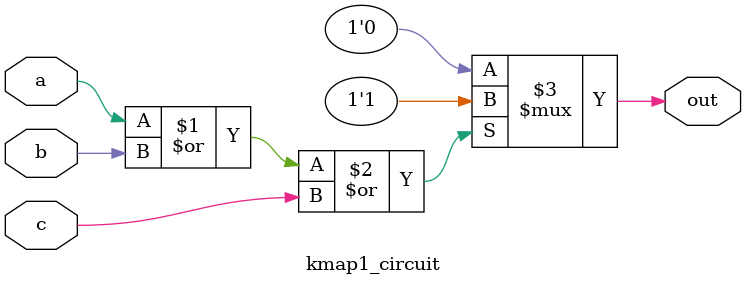
<source format=v>
module kmap1_circuit(
   input a,
   input b,
	input c,
   output out  
); 
   // SOP form: Three prime implicants (1 term each), summed.
	// out = (b) | (c) | (a)
	// POS form: One prime implicant (of 3 terms)
	// out = (a|b|c)
	// In this particular case, the result is the same for both SOP and POS.
	assign out = a|b|c ? 1'b1 : 1'b0;
endmodule 
</source>
